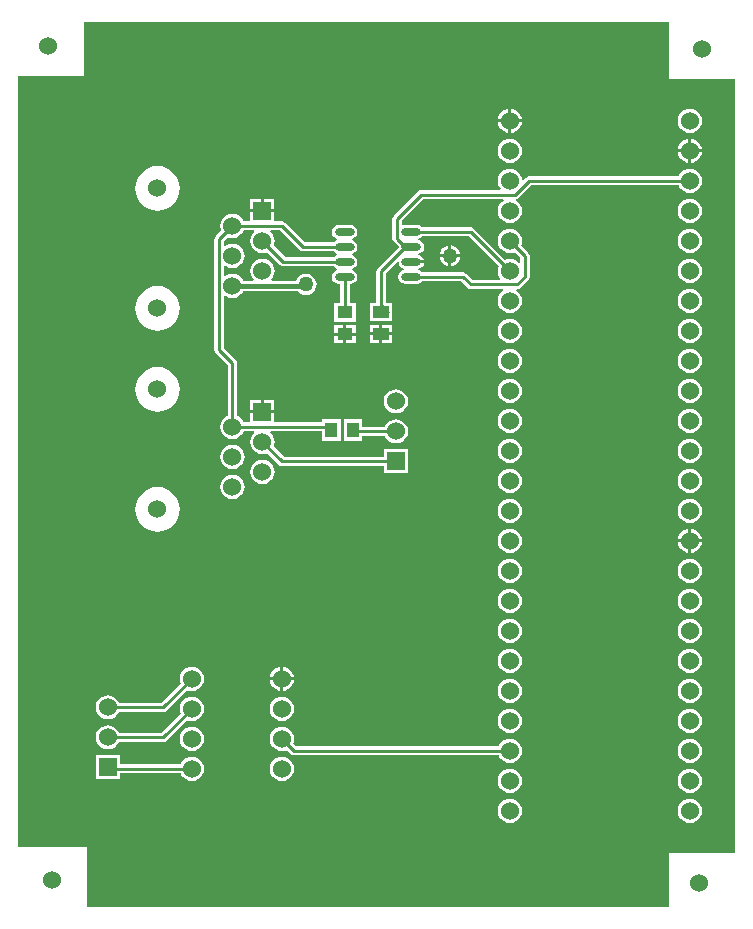
<source format=gbr>
%TF.GenerationSoftware,Altium Limited,Altium Designer,19.1.8 (144)*%
G04 Layer_Physical_Order=1*
G04 Layer_Color=255*
%FSLAX26Y26*%
%MOIN*%
%TF.FileFunction,Copper,L1,Top,Signal*%
%TF.Part,Single*%
G01*
G75*
%TA.AperFunction,SMDPad,CuDef*%
%ADD10R,0.041339X0.051181*%
%ADD11R,0.055118X0.041339*%
%ADD12R,0.051181X0.041339*%
%ADD13O,0.064961X0.025591*%
%TA.AperFunction,Conductor*%
%ADD14C,0.010000*%
%ADD15C,0.015000*%
%TA.AperFunction,NonConductor*%
%ADD16C,0.010000*%
%TA.AperFunction,ComponentPad*%
%ADD17C,0.060000*%
%ADD18R,0.060000X0.060000*%
%TA.AperFunction,ViaPad*%
%ADD19C,0.060000*%
%ADD20C,0.050000*%
G36*
X2200000Y2805000D02*
X2420000D01*
X2420000Y225000D01*
X2200000D01*
Y45000D01*
X260000D01*
Y245000D01*
X30000Y245000D01*
X30000Y2815000D01*
X250000D01*
Y2995000D01*
X2200000D01*
X2200000Y2805000D01*
D02*
G37*
%LPC*%
G36*
X1675000Y2704687D02*
Y2670000D01*
X1709687D01*
X1708970Y2675442D01*
X1704940Y2685173D01*
X1698528Y2693528D01*
X1690173Y2699940D01*
X1680442Y2703970D01*
X1675000Y2704687D01*
D02*
G37*
G36*
X1665000D02*
X1659558Y2703970D01*
X1649827Y2699940D01*
X1641472Y2693528D01*
X1635060Y2685173D01*
X1631030Y2675442D01*
X1630313Y2670000D01*
X1665000D01*
Y2704687D01*
D02*
G37*
G36*
X1709687Y2660000D02*
X1675000D01*
Y2625313D01*
X1680442Y2626030D01*
X1690173Y2630060D01*
X1698528Y2636472D01*
X1704940Y2644827D01*
X1708970Y2654558D01*
X1709687Y2660000D01*
D02*
G37*
G36*
X1665000D02*
X1630313D01*
X1631030Y2654558D01*
X1635060Y2644827D01*
X1641472Y2636472D01*
X1649827Y2630060D01*
X1659558Y2626030D01*
X1665000Y2625313D01*
Y2660000D01*
D02*
G37*
G36*
X2270000Y2705345D02*
X2259558Y2703970D01*
X2249827Y2699940D01*
X2241472Y2693528D01*
X2235060Y2685173D01*
X2231030Y2675442D01*
X2229655Y2665000D01*
X2231030Y2654558D01*
X2235060Y2644827D01*
X2241472Y2636472D01*
X2249827Y2630060D01*
X2259558Y2626030D01*
X2270000Y2624655D01*
X2280442Y2626030D01*
X2290173Y2630060D01*
X2298528Y2636472D01*
X2304940Y2644827D01*
X2308970Y2654558D01*
X2310345Y2665000D01*
X2308970Y2675442D01*
X2304940Y2685173D01*
X2298528Y2693528D01*
X2290173Y2699940D01*
X2280442Y2703970D01*
X2270000Y2705345D01*
D02*
G37*
G36*
X2275000Y2604687D02*
Y2570000D01*
X2309687D01*
X2308970Y2575442D01*
X2304940Y2585173D01*
X2298528Y2593528D01*
X2290173Y2599940D01*
X2280442Y2603970D01*
X2275000Y2604687D01*
D02*
G37*
G36*
X2265000D02*
X2259558Y2603970D01*
X2249827Y2599940D01*
X2241472Y2593528D01*
X2235060Y2585173D01*
X2231030Y2575442D01*
X2230313Y2570000D01*
X2265000D01*
Y2604687D01*
D02*
G37*
G36*
X2309687Y2560000D02*
X2275000D01*
Y2525313D01*
X2280442Y2526030D01*
X2290173Y2530060D01*
X2298528Y2536472D01*
X2304940Y2544827D01*
X2308970Y2554558D01*
X2309687Y2560000D01*
D02*
G37*
G36*
X2265000D02*
X2230313D01*
X2231030Y2554558D01*
X2235060Y2544827D01*
X2241472Y2536472D01*
X2249827Y2530060D01*
X2259558Y2526030D01*
X2265000Y2525313D01*
Y2560000D01*
D02*
G37*
G36*
X1670000Y2605345D02*
X1659558Y2603970D01*
X1649827Y2599940D01*
X1641472Y2593528D01*
X1635060Y2585173D01*
X1631030Y2575442D01*
X1629655Y2565000D01*
X1631030Y2554558D01*
X1635060Y2544827D01*
X1641472Y2536472D01*
X1649827Y2530060D01*
X1659558Y2526030D01*
X1670000Y2524655D01*
X1680442Y2526030D01*
X1690173Y2530060D01*
X1698528Y2536472D01*
X1704940Y2544827D01*
X1708970Y2554558D01*
X1710345Y2565000D01*
X1708970Y2575442D01*
X1704940Y2585173D01*
X1698528Y2593528D01*
X1690173Y2599940D01*
X1680442Y2603970D01*
X1670000Y2605345D01*
D02*
G37*
G36*
X2270000Y2505345D02*
X2259558Y2503970D01*
X2249827Y2499940D01*
X2241472Y2493528D01*
X2235060Y2485173D01*
X2233039Y2480294D01*
X1733640D01*
X1727787Y2479130D01*
X1722825Y2475814D01*
X1714995Y2467985D01*
X1709716Y2469777D01*
X1708970Y2475442D01*
X1704940Y2485173D01*
X1698528Y2493528D01*
X1690173Y2499940D01*
X1680442Y2503970D01*
X1670000Y2505345D01*
X1659558Y2503970D01*
X1649827Y2499940D01*
X1641472Y2493528D01*
X1635060Y2485173D01*
X1631030Y2475442D01*
X1629655Y2465000D01*
X1631030Y2454558D01*
X1635060Y2444827D01*
X1638895Y2439830D01*
X1636429Y2434830D01*
X1374536D01*
X1368684Y2433666D01*
X1363722Y2430351D01*
X1282926Y2349555D01*
X1279611Y2344593D01*
X1278446Y2338740D01*
Y2272795D01*
X1279611Y2266943D01*
X1282926Y2261981D01*
X1298561Y2246345D01*
X1298294Y2245000D01*
X1298561Y2243655D01*
X1229186Y2174279D01*
X1225870Y2169317D01*
X1224706Y2163465D01*
Y2058504D01*
X1202441D01*
Y1997165D01*
X1277559D01*
Y2026356D01*
X1277853Y2027835D01*
X1277559Y2029313D01*
Y2058504D01*
X1255294D01*
Y2157130D01*
X1293688Y2195523D01*
X1298616Y2193380D01*
X1300063Y2186106D01*
X1305101Y2178566D01*
X1312641Y2173527D01*
X1317560Y2172549D01*
Y2167451D01*
X1312641Y2166473D01*
X1305101Y2161434D01*
X1300063Y2153894D01*
X1298294Y2145000D01*
X1300063Y2136106D01*
X1305101Y2128566D01*
X1312641Y2123527D01*
X1321535Y2121758D01*
X1360906D01*
X1369800Y2123527D01*
X1377340Y2128566D01*
X1378102Y2129706D01*
X1508047D01*
X1528568Y2109186D01*
X1533529Y2105870D01*
X1539382Y2104706D01*
X1647001D01*
X1649548Y2100236D01*
X1649523Y2099706D01*
X1641472Y2093528D01*
X1635060Y2085173D01*
X1631030Y2075442D01*
X1629655Y2065000D01*
X1631030Y2054558D01*
X1635060Y2044827D01*
X1641472Y2036472D01*
X1649827Y2030060D01*
X1659558Y2026030D01*
X1670000Y2024655D01*
X1680442Y2026030D01*
X1690173Y2030060D01*
X1698528Y2036472D01*
X1704940Y2044827D01*
X1708970Y2054558D01*
X1710345Y2065000D01*
X1708970Y2075442D01*
X1704940Y2085173D01*
X1698528Y2093528D01*
X1690477Y2099706D01*
X1690452Y2100236D01*
X1692999Y2104706D01*
X1695000D01*
X1700853Y2105870D01*
X1705814Y2109186D01*
X1730814Y2134186D01*
X1734130Y2139147D01*
X1735294Y2145000D01*
Y2215000D01*
X1734130Y2220853D01*
X1730814Y2225814D01*
X1706950Y2249679D01*
X1708970Y2254558D01*
X1710345Y2265000D01*
X1708970Y2275442D01*
X1704940Y2285173D01*
X1698528Y2293528D01*
X1690173Y2299940D01*
X1680442Y2303970D01*
X1670000Y2305345D01*
X1659558Y2303970D01*
X1649827Y2299940D01*
X1641472Y2293528D01*
X1635060Y2285173D01*
X1631030Y2275442D01*
X1629655Y2265000D01*
X1631030Y2254558D01*
X1635060Y2244827D01*
X1641472Y2236472D01*
X1649827Y2230060D01*
X1659558Y2226030D01*
X1670000Y2224655D01*
X1680442Y2226030D01*
X1685321Y2228050D01*
X1704706Y2208665D01*
Y2193255D01*
X1699971Y2191648D01*
X1698528Y2193528D01*
X1690173Y2199940D01*
X1680442Y2203970D01*
X1670000Y2205345D01*
X1659558Y2203970D01*
X1654679Y2201950D01*
X1550814Y2305814D01*
X1545853Y2309130D01*
X1540000Y2310294D01*
X1378102D01*
X1377340Y2311434D01*
X1369800Y2316473D01*
X1360906Y2318242D01*
X1321535D01*
X1314034Y2316750D01*
X1309034Y2319618D01*
Y2332405D01*
X1380871Y2404242D01*
X1647597D01*
X1648262Y2402959D01*
X1648918Y2399242D01*
X1641472Y2393528D01*
X1635060Y2385173D01*
X1631030Y2375442D01*
X1629655Y2365000D01*
X1631030Y2354558D01*
X1635060Y2344827D01*
X1641472Y2336472D01*
X1649827Y2330060D01*
X1659558Y2326030D01*
X1670000Y2324655D01*
X1680442Y2326030D01*
X1690173Y2330060D01*
X1698528Y2336472D01*
X1704940Y2344827D01*
X1708970Y2354558D01*
X1710345Y2365000D01*
X1708970Y2375442D01*
X1704940Y2385173D01*
X1698528Y2393528D01*
X1690585Y2399624D01*
X1690505Y2401349D01*
X1691335Y2404871D01*
X1694028Y2405407D01*
X1698990Y2408722D01*
X1739975Y2449706D01*
X2233039D01*
X2235060Y2444827D01*
X2241472Y2436472D01*
X2249827Y2430060D01*
X2259558Y2426030D01*
X2270000Y2424655D01*
X2280442Y2426030D01*
X2290173Y2430060D01*
X2298528Y2436472D01*
X2304940Y2444827D01*
X2308970Y2454558D01*
X2310345Y2465000D01*
X2308970Y2475442D01*
X2304940Y2485173D01*
X2298528Y2493528D01*
X2290173Y2499940D01*
X2280442Y2503970D01*
X2270000Y2505345D01*
D02*
G37*
G36*
X885000Y2405000D02*
X850000D01*
Y2370000D01*
X885000D01*
Y2405000D01*
D02*
G37*
G36*
X840000D02*
X805000D01*
Y2370000D01*
X840000D01*
Y2405000D01*
D02*
G37*
G36*
X495000Y2514334D02*
X480498Y2512906D01*
X466553Y2508676D01*
X453702Y2501807D01*
X442438Y2492562D01*
X433193Y2481298D01*
X426324Y2468447D01*
X422094Y2454502D01*
X420666Y2440000D01*
X422094Y2425498D01*
X426324Y2411553D01*
X433193Y2398702D01*
X442438Y2387438D01*
X453702Y2378193D01*
X466553Y2371324D01*
X480498Y2367094D01*
X495000Y2365666D01*
X509502Y2367094D01*
X523447Y2371324D01*
X536298Y2378193D01*
X547562Y2387438D01*
X556807Y2398702D01*
X563676Y2411553D01*
X567906Y2425498D01*
X569334Y2440000D01*
X567906Y2454502D01*
X563676Y2468447D01*
X556807Y2481298D01*
X547562Y2492562D01*
X536298Y2501807D01*
X523447Y2508676D01*
X509502Y2512906D01*
X495000Y2514334D01*
D02*
G37*
G36*
X885000Y2360000D02*
X845000D01*
X805000D01*
Y2330294D01*
X781961D01*
X779940Y2335173D01*
X773528Y2343528D01*
X765173Y2349940D01*
X755442Y2353970D01*
X745000Y2355345D01*
X734558Y2353970D01*
X724827Y2349940D01*
X716472Y2343528D01*
X710060Y2335173D01*
X706029Y2325442D01*
X704655Y2315000D01*
X706029Y2304558D01*
X708050Y2299679D01*
X689186Y2280814D01*
X685870Y2275853D01*
X684706Y2270000D01*
Y1901765D01*
X685870Y1895912D01*
X689186Y1890951D01*
X729706Y1850430D01*
Y1681961D01*
X724827Y1679940D01*
X716472Y1673528D01*
X710060Y1665173D01*
X706029Y1655442D01*
X704655Y1645000D01*
X706029Y1634558D01*
X710060Y1624827D01*
X716472Y1616472D01*
X724827Y1610060D01*
X734558Y1606030D01*
X745000Y1604655D01*
X755442Y1606030D01*
X765173Y1610060D01*
X773528Y1616472D01*
X779940Y1624827D01*
X781961Y1629706D01*
X816745D01*
X818352Y1624971D01*
X816472Y1623528D01*
X810060Y1615173D01*
X806029Y1605442D01*
X804655Y1595000D01*
X806029Y1584558D01*
X810060Y1574827D01*
X816472Y1566472D01*
X824827Y1560060D01*
X834558Y1556030D01*
X845000Y1554655D01*
X855442Y1556030D01*
X860321Y1558050D01*
X899186Y1519186D01*
X904147Y1515870D01*
X910000Y1514706D01*
X1250000D01*
Y1490000D01*
X1330000D01*
Y1570000D01*
X1250000D01*
Y1545294D01*
X916335D01*
X881950Y1579679D01*
X883971Y1584558D01*
X885345Y1595000D01*
X883971Y1605442D01*
X879940Y1615173D01*
X873528Y1623528D01*
X871648Y1624971D01*
X873255Y1629706D01*
X1044331D01*
Y1599409D01*
X1105669D01*
Y1670591D01*
X1044331D01*
Y1660294D01*
X885000D01*
Y1690000D01*
X845000D01*
X805000D01*
Y1660294D01*
X781961D01*
X779940Y1665173D01*
X773528Y1673528D01*
X765173Y1679940D01*
X760294Y1681961D01*
Y1856765D01*
X759130Y1862618D01*
X755814Y1867579D01*
X715294Y1908100D01*
Y2081073D01*
X720294Y2083539D01*
X724827Y2080060D01*
X734558Y2076030D01*
X745000Y2074655D01*
X755442Y2076030D01*
X765173Y2080060D01*
X773528Y2086472D01*
X779940Y2094827D01*
X780905Y2097157D01*
X963411D01*
X965038Y2095038D01*
X972349Y2089428D01*
X980863Y2085901D01*
X990000Y2084698D01*
X999137Y2085901D01*
X1007651Y2089428D01*
X1014962Y2095038D01*
X1020572Y2102349D01*
X1024099Y2110863D01*
X1025302Y2120000D01*
X1024099Y2129137D01*
X1020572Y2137651D01*
X1014962Y2144962D01*
X1007651Y2150572D01*
X999137Y2154099D01*
X990000Y2155302D01*
X980863Y2154099D01*
X972349Y2150572D01*
X965038Y2144962D01*
X959428Y2137651D01*
X957436Y2132843D01*
X876482D01*
X874581Y2137843D01*
X879940Y2144827D01*
X883971Y2154558D01*
X885345Y2165000D01*
X883971Y2175442D01*
X879940Y2185173D01*
X873528Y2193528D01*
X865173Y2199940D01*
X855442Y2203970D01*
X845000Y2205345D01*
X834558Y2203970D01*
X824827Y2199940D01*
X816472Y2193528D01*
X810060Y2185173D01*
X806029Y2175442D01*
X804655Y2165000D01*
X806029Y2154558D01*
X810060Y2144827D01*
X815419Y2137843D01*
X813518Y2132843D01*
X780905D01*
X779940Y2135173D01*
X773528Y2143528D01*
X765173Y2149940D01*
X755442Y2153970D01*
X745000Y2155345D01*
X734558Y2153970D01*
X724827Y2149940D01*
X720294Y2146461D01*
X715294Y2148927D01*
Y2181073D01*
X720294Y2183539D01*
X724827Y2180060D01*
X734558Y2176030D01*
X745000Y2174655D01*
X755442Y2176030D01*
X765173Y2180060D01*
X773528Y2186472D01*
X779940Y2194827D01*
X783971Y2204558D01*
X785345Y2215000D01*
X783971Y2225442D01*
X779940Y2235173D01*
X773528Y2243528D01*
X765173Y2249940D01*
X755442Y2253970D01*
X745000Y2255345D01*
X734558Y2253970D01*
X724827Y2249940D01*
X720294Y2246461D01*
X715294Y2248927D01*
Y2263665D01*
X729679Y2278050D01*
X734558Y2276030D01*
X745000Y2274655D01*
X755442Y2276030D01*
X765173Y2280060D01*
X773528Y2286472D01*
X779940Y2294827D01*
X781961Y2299706D01*
X816745D01*
X818352Y2294971D01*
X816472Y2293528D01*
X810060Y2285173D01*
X806029Y2275442D01*
X804655Y2265000D01*
X806029Y2254558D01*
X810060Y2244827D01*
X816472Y2236472D01*
X824827Y2230060D01*
X834558Y2226030D01*
X845000Y2224655D01*
X855442Y2226030D01*
X860321Y2228050D01*
X904186Y2184186D01*
X909147Y2180870D01*
X915000Y2179706D01*
X1081898D01*
X1082660Y2178566D01*
X1090200Y2173527D01*
X1095119Y2172549D01*
Y2167451D01*
X1090200Y2166473D01*
X1082660Y2161434D01*
X1077622Y2153894D01*
X1075853Y2145000D01*
X1077622Y2136106D01*
X1082660Y2128566D01*
X1090200Y2123527D01*
X1099095Y2121758D01*
X1104706D01*
Y2057087D01*
X1084409D01*
Y1995748D01*
X1155591D01*
Y2057087D01*
X1135294D01*
Y2121758D01*
X1138465D01*
X1147359Y2123527D01*
X1154899Y2128566D01*
X1159937Y2136106D01*
X1161707Y2145000D01*
X1159937Y2153894D01*
X1154899Y2161434D01*
X1147359Y2166473D01*
X1142441Y2167451D01*
Y2172549D01*
X1147359Y2173527D01*
X1154899Y2178566D01*
X1159937Y2186106D01*
X1161707Y2195000D01*
X1159937Y2203894D01*
X1154899Y2211434D01*
X1147359Y2216473D01*
X1142441Y2217451D01*
Y2222549D01*
X1147359Y2223527D01*
X1154899Y2228566D01*
X1159937Y2236106D01*
X1161707Y2245000D01*
X1159937Y2253894D01*
X1154899Y2261434D01*
X1147359Y2266473D01*
X1142441Y2267451D01*
Y2272549D01*
X1147359Y2273527D01*
X1154899Y2278566D01*
X1159937Y2286106D01*
X1161707Y2295000D01*
X1159937Y2303894D01*
X1154899Y2311434D01*
X1147359Y2316473D01*
X1138465Y2318242D01*
X1099095D01*
X1090200Y2316473D01*
X1082660Y2311434D01*
X1077622Y2303894D01*
X1075853Y2295000D01*
X1077622Y2286106D01*
X1082660Y2278566D01*
X1090200Y2273527D01*
X1095119Y2272549D01*
Y2267451D01*
X1090200Y2266473D01*
X1082660Y2261434D01*
X1081898Y2260294D01*
X986273D01*
X920752Y2325814D01*
X915790Y2329130D01*
X909938Y2330294D01*
X885000D01*
Y2360000D01*
D02*
G37*
G36*
X2270000Y2405345D02*
X2259558Y2403970D01*
X2249827Y2399940D01*
X2241472Y2393528D01*
X2235060Y2385173D01*
X2231030Y2375442D01*
X2229655Y2365000D01*
X2231030Y2354558D01*
X2235060Y2344827D01*
X2241472Y2336472D01*
X2249827Y2330060D01*
X2259558Y2326030D01*
X2270000Y2324655D01*
X2280442Y2326030D01*
X2290173Y2330060D01*
X2298528Y2336472D01*
X2304940Y2344827D01*
X2308970Y2354558D01*
X2310345Y2365000D01*
X2308970Y2375442D01*
X2304940Y2385173D01*
X2298528Y2393528D01*
X2290173Y2399940D01*
X2280442Y2403970D01*
X2270000Y2405345D01*
D02*
G37*
G36*
Y2305345D02*
X2259558Y2303970D01*
X2249827Y2299940D01*
X2241472Y2293528D01*
X2235060Y2285173D01*
X2231030Y2275442D01*
X2229655Y2265000D01*
X2231030Y2254558D01*
X2235060Y2244827D01*
X2241472Y2236472D01*
X2249827Y2230060D01*
X2259558Y2226030D01*
X2270000Y2224655D01*
X2280442Y2226030D01*
X2290173Y2230060D01*
X2298528Y2236472D01*
X2304940Y2244827D01*
X2308970Y2254558D01*
X2310345Y2265000D01*
X2308970Y2275442D01*
X2304940Y2285173D01*
X2298528Y2293528D01*
X2290173Y2299940D01*
X2280442Y2303970D01*
X2270000Y2305345D01*
D02*
G37*
G36*
Y2205345D02*
X2259558Y2203970D01*
X2249827Y2199940D01*
X2241472Y2193528D01*
X2235060Y2185173D01*
X2231030Y2175442D01*
X2229655Y2165000D01*
X2231030Y2154558D01*
X2235060Y2144827D01*
X2241472Y2136472D01*
X2249827Y2130060D01*
X2259558Y2126030D01*
X2270000Y2124655D01*
X2280442Y2126030D01*
X2290173Y2130060D01*
X2298528Y2136472D01*
X2304940Y2144827D01*
X2308970Y2154558D01*
X2310345Y2165000D01*
X2308970Y2175442D01*
X2304940Y2185173D01*
X2298528Y2193528D01*
X2290173Y2199940D01*
X2280442Y2203970D01*
X2270000Y2205345D01*
D02*
G37*
G36*
Y2105345D02*
X2259558Y2103970D01*
X2249827Y2099940D01*
X2241472Y2093528D01*
X2235060Y2085173D01*
X2231030Y2075442D01*
X2229655Y2065000D01*
X2231030Y2054558D01*
X2235060Y2044827D01*
X2241472Y2036472D01*
X2249827Y2030060D01*
X2259558Y2026030D01*
X2270000Y2024655D01*
X2280442Y2026030D01*
X2290173Y2030060D01*
X2298528Y2036472D01*
X2304940Y2044827D01*
X2308970Y2054558D01*
X2310345Y2065000D01*
X2308970Y2075442D01*
X2304940Y2085173D01*
X2298528Y2093528D01*
X2290173Y2099940D01*
X2280442Y2103970D01*
X2270000Y2105345D01*
D02*
G37*
G36*
X495000Y2114334D02*
X480498Y2112906D01*
X466553Y2108676D01*
X453702Y2101807D01*
X442438Y2092562D01*
X433193Y2081298D01*
X426324Y2068447D01*
X422094Y2054502D01*
X420666Y2040000D01*
X422094Y2025498D01*
X426324Y2011553D01*
X433193Y1998702D01*
X442438Y1987438D01*
X453702Y1978193D01*
X466553Y1971324D01*
X480498Y1967094D01*
X495000Y1965666D01*
X509502Y1967094D01*
X523447Y1971324D01*
X536298Y1978193D01*
X547562Y1987438D01*
X556807Y1998702D01*
X563676Y2011553D01*
X567906Y2025498D01*
X569334Y2040000D01*
X567906Y2054502D01*
X563676Y2068447D01*
X556807Y2081298D01*
X547562Y2092562D01*
X536298Y2101807D01*
X523447Y2108676D01*
X509502Y2112906D01*
X495000Y2114334D01*
D02*
G37*
G36*
X1277559Y1985669D02*
X1245000D01*
Y1960000D01*
X1277559D01*
Y1985669D01*
D02*
G37*
G36*
X1235000D02*
X1202441D01*
Y1960000D01*
X1235000D01*
Y1985669D01*
D02*
G37*
G36*
X1155591Y1984252D02*
X1125000D01*
Y1958583D01*
X1155591D01*
Y1984252D01*
D02*
G37*
G36*
X1115000D02*
X1084409D01*
Y1958583D01*
X1115000D01*
Y1984252D01*
D02*
G37*
G36*
X2270000Y2005345D02*
X2259558Y2003970D01*
X2249827Y1999940D01*
X2241472Y1993528D01*
X2235060Y1985173D01*
X2231030Y1975442D01*
X2229655Y1965000D01*
X2231030Y1954558D01*
X2235060Y1944827D01*
X2241472Y1936472D01*
X2249827Y1930060D01*
X2259558Y1926030D01*
X2270000Y1924655D01*
X2280442Y1926030D01*
X2290173Y1930060D01*
X2298528Y1936472D01*
X2304940Y1944827D01*
X2308970Y1954558D01*
X2310345Y1965000D01*
X2308970Y1975442D01*
X2304940Y1985173D01*
X2298528Y1993528D01*
X2290173Y1999940D01*
X2280442Y2003970D01*
X2270000Y2005345D01*
D02*
G37*
G36*
X1670000D02*
X1659558Y2003970D01*
X1649827Y1999940D01*
X1641472Y1993528D01*
X1635060Y1985173D01*
X1631030Y1975442D01*
X1629655Y1965000D01*
X1631030Y1954558D01*
X1635060Y1944827D01*
X1641472Y1936472D01*
X1649827Y1930060D01*
X1659558Y1926030D01*
X1670000Y1924655D01*
X1680442Y1926030D01*
X1690173Y1930060D01*
X1698528Y1936472D01*
X1704940Y1944827D01*
X1708970Y1954558D01*
X1710345Y1965000D01*
X1708970Y1975442D01*
X1704940Y1985173D01*
X1698528Y1993528D01*
X1690173Y1999940D01*
X1680442Y2003970D01*
X1670000Y2005345D01*
D02*
G37*
G36*
X1277559Y1950000D02*
X1245000D01*
Y1924331D01*
X1277559D01*
Y1950000D01*
D02*
G37*
G36*
X1235000D02*
X1202441D01*
Y1924331D01*
X1235000D01*
Y1950000D01*
D02*
G37*
G36*
X1155591Y1948583D02*
X1125000D01*
Y1922913D01*
X1155591D01*
Y1948583D01*
D02*
G37*
G36*
X1115000D02*
X1084409D01*
Y1922913D01*
X1115000D01*
Y1948583D01*
D02*
G37*
G36*
X2270000Y1905345D02*
X2259558Y1903970D01*
X2249827Y1899940D01*
X2241472Y1893528D01*
X2235060Y1885173D01*
X2231030Y1875442D01*
X2229655Y1865000D01*
X2231030Y1854558D01*
X2235060Y1844827D01*
X2241472Y1836472D01*
X2249827Y1830060D01*
X2259558Y1826030D01*
X2270000Y1824655D01*
X2280442Y1826030D01*
X2290173Y1830060D01*
X2298528Y1836472D01*
X2304940Y1844827D01*
X2308970Y1854558D01*
X2310345Y1865000D01*
X2308970Y1875442D01*
X2304940Y1885173D01*
X2298528Y1893528D01*
X2290173Y1899940D01*
X2280442Y1903970D01*
X2270000Y1905345D01*
D02*
G37*
G36*
X1670000D02*
X1659558Y1903970D01*
X1649827Y1899940D01*
X1641472Y1893528D01*
X1635060Y1885173D01*
X1631030Y1875442D01*
X1629655Y1865000D01*
X1631030Y1854558D01*
X1635060Y1844827D01*
X1641472Y1836472D01*
X1649827Y1830060D01*
X1659558Y1826030D01*
X1670000Y1824655D01*
X1680442Y1826030D01*
X1690173Y1830060D01*
X1698528Y1836472D01*
X1704940Y1844827D01*
X1708970Y1854558D01*
X1710345Y1865000D01*
X1708970Y1875442D01*
X1704940Y1885173D01*
X1698528Y1893528D01*
X1690173Y1899940D01*
X1680442Y1903970D01*
X1670000Y1905345D01*
D02*
G37*
G36*
X2270000Y1805345D02*
X2259558Y1803970D01*
X2249827Y1799940D01*
X2241472Y1793528D01*
X2235060Y1785173D01*
X2231030Y1775442D01*
X2229655Y1765000D01*
X2231030Y1754558D01*
X2235060Y1744827D01*
X2241472Y1736472D01*
X2249827Y1730060D01*
X2259558Y1726030D01*
X2270000Y1724655D01*
X2280442Y1726030D01*
X2290173Y1730060D01*
X2298528Y1736472D01*
X2304940Y1744827D01*
X2308970Y1754558D01*
X2310345Y1765000D01*
X2308970Y1775442D01*
X2304940Y1785173D01*
X2298528Y1793528D01*
X2290173Y1799940D01*
X2280442Y1803970D01*
X2270000Y1805345D01*
D02*
G37*
G36*
X1670000D02*
X1659558Y1803970D01*
X1649827Y1799940D01*
X1641472Y1793528D01*
X1635060Y1785173D01*
X1631030Y1775442D01*
X1629655Y1765000D01*
X1631030Y1754558D01*
X1635060Y1744827D01*
X1641472Y1736472D01*
X1649827Y1730060D01*
X1659558Y1726030D01*
X1670000Y1724655D01*
X1680442Y1726030D01*
X1690173Y1730060D01*
X1698528Y1736472D01*
X1704940Y1744827D01*
X1708970Y1754558D01*
X1710345Y1765000D01*
X1708970Y1775442D01*
X1704940Y1785173D01*
X1698528Y1793528D01*
X1690173Y1799940D01*
X1680442Y1803970D01*
X1670000Y1805345D01*
D02*
G37*
G36*
X885000Y1735000D02*
X850000D01*
Y1700000D01*
X885000D01*
Y1735000D01*
D02*
G37*
G36*
X840000D02*
X805000D01*
Y1700000D01*
X840000D01*
Y1735000D01*
D02*
G37*
G36*
X495000Y1844334D02*
X480498Y1842906D01*
X466553Y1838676D01*
X453702Y1831807D01*
X442438Y1822562D01*
X433193Y1811298D01*
X426324Y1798447D01*
X422094Y1784502D01*
X420666Y1770000D01*
X422094Y1755498D01*
X426324Y1741553D01*
X433193Y1728702D01*
X442438Y1717438D01*
X453702Y1708193D01*
X466553Y1701324D01*
X480498Y1697094D01*
X495000Y1695666D01*
X509502Y1697094D01*
X523447Y1701324D01*
X536298Y1708193D01*
X547562Y1717438D01*
X556807Y1728702D01*
X563676Y1741553D01*
X567906Y1755498D01*
X569334Y1770000D01*
X567906Y1784502D01*
X563676Y1798447D01*
X556807Y1811298D01*
X547562Y1822562D01*
X536298Y1831807D01*
X523447Y1838676D01*
X509502Y1842906D01*
X495000Y1844334D01*
D02*
G37*
G36*
X1290000Y1770345D02*
X1279558Y1768970D01*
X1269827Y1764940D01*
X1261472Y1758528D01*
X1255060Y1750173D01*
X1251030Y1740442D01*
X1249655Y1730000D01*
X1251030Y1719558D01*
X1255060Y1709827D01*
X1261472Y1701472D01*
X1269827Y1695060D01*
X1279558Y1691030D01*
X1290000Y1689655D01*
X1300442Y1691030D01*
X1310173Y1695060D01*
X1318528Y1701472D01*
X1324940Y1709827D01*
X1328970Y1719558D01*
X1330345Y1730000D01*
X1328970Y1740442D01*
X1324940Y1750173D01*
X1318528Y1758528D01*
X1310173Y1764940D01*
X1300442Y1768970D01*
X1290000Y1770345D01*
D02*
G37*
G36*
X2270000Y1705345D02*
X2259558Y1703970D01*
X2249827Y1699940D01*
X2241472Y1693528D01*
X2235060Y1685173D01*
X2231030Y1675442D01*
X2229655Y1665000D01*
X2231030Y1654558D01*
X2235060Y1644827D01*
X2241472Y1636472D01*
X2249827Y1630060D01*
X2259558Y1626030D01*
X2270000Y1624655D01*
X2280442Y1626030D01*
X2290173Y1630060D01*
X2298528Y1636472D01*
X2304940Y1644827D01*
X2308970Y1654558D01*
X2310345Y1665000D01*
X2308970Y1675442D01*
X2304940Y1685173D01*
X2298528Y1693528D01*
X2290173Y1699940D01*
X2280442Y1703970D01*
X2270000Y1705345D01*
D02*
G37*
G36*
X1670000D02*
X1659558Y1703970D01*
X1649827Y1699940D01*
X1641472Y1693528D01*
X1635060Y1685173D01*
X1631030Y1675442D01*
X1629655Y1665000D01*
X1631030Y1654558D01*
X1635060Y1644827D01*
X1641472Y1636472D01*
X1649827Y1630060D01*
X1659558Y1626030D01*
X1670000Y1624655D01*
X1680442Y1626030D01*
X1690173Y1630060D01*
X1698528Y1636472D01*
X1704940Y1644827D01*
X1708970Y1654558D01*
X1710345Y1665000D01*
X1708970Y1675442D01*
X1704940Y1685173D01*
X1698528Y1693528D01*
X1690173Y1699940D01*
X1680442Y1703970D01*
X1670000Y1705345D01*
D02*
G37*
G36*
X1178504Y1670591D02*
X1117165D01*
Y1599409D01*
X1178504D01*
Y1614706D01*
X1253039D01*
X1255060Y1609827D01*
X1261472Y1601472D01*
X1269827Y1595060D01*
X1279558Y1591030D01*
X1290000Y1589655D01*
X1300442Y1591030D01*
X1310173Y1595060D01*
X1318528Y1601472D01*
X1324940Y1609827D01*
X1328970Y1619558D01*
X1330345Y1630000D01*
X1328970Y1640442D01*
X1324940Y1650173D01*
X1318528Y1658528D01*
X1310173Y1664940D01*
X1300442Y1668970D01*
X1290000Y1670345D01*
X1279558Y1668970D01*
X1269827Y1664940D01*
X1261472Y1658528D01*
X1255060Y1650173D01*
X1253039Y1645294D01*
X1178504D01*
Y1670591D01*
D02*
G37*
G36*
X2270000Y1605345D02*
X2259558Y1603970D01*
X2249827Y1599940D01*
X2241472Y1593528D01*
X2235060Y1585173D01*
X2231030Y1575442D01*
X2229655Y1565000D01*
X2231030Y1554558D01*
X2235060Y1544827D01*
X2241472Y1536472D01*
X2249827Y1530060D01*
X2259558Y1526030D01*
X2270000Y1524655D01*
X2280442Y1526030D01*
X2290173Y1530060D01*
X2298528Y1536472D01*
X2304940Y1544827D01*
X2308970Y1554558D01*
X2310345Y1565000D01*
X2308970Y1575442D01*
X2304940Y1585173D01*
X2298528Y1593528D01*
X2290173Y1599940D01*
X2280442Y1603970D01*
X2270000Y1605345D01*
D02*
G37*
G36*
X1670000D02*
X1659558Y1603970D01*
X1649827Y1599940D01*
X1641472Y1593528D01*
X1635060Y1585173D01*
X1631030Y1575442D01*
X1629655Y1565000D01*
X1631030Y1554558D01*
X1635060Y1544827D01*
X1641472Y1536472D01*
X1649827Y1530060D01*
X1659558Y1526030D01*
X1670000Y1524655D01*
X1680442Y1526030D01*
X1690173Y1530060D01*
X1698528Y1536472D01*
X1704940Y1544827D01*
X1708970Y1554558D01*
X1710345Y1565000D01*
X1708970Y1575442D01*
X1704940Y1585173D01*
X1698528Y1593528D01*
X1690173Y1599940D01*
X1680442Y1603970D01*
X1670000Y1605345D01*
D02*
G37*
G36*
X745000Y1585345D02*
X734558Y1583970D01*
X724827Y1579940D01*
X716472Y1573528D01*
X710060Y1565173D01*
X706029Y1555442D01*
X704655Y1545000D01*
X706029Y1534558D01*
X710060Y1524827D01*
X716472Y1516472D01*
X724827Y1510060D01*
X734558Y1506030D01*
X745000Y1504655D01*
X755442Y1506030D01*
X765173Y1510060D01*
X773528Y1516472D01*
X779940Y1524827D01*
X783971Y1534558D01*
X785345Y1545000D01*
X783971Y1555442D01*
X779940Y1565173D01*
X773528Y1573528D01*
X765173Y1579940D01*
X755442Y1583970D01*
X745000Y1585345D01*
D02*
G37*
G36*
X845000Y1535345D02*
X834558Y1533970D01*
X824827Y1529940D01*
X816472Y1523528D01*
X810060Y1515173D01*
X806029Y1505442D01*
X804655Y1495000D01*
X806029Y1484558D01*
X810060Y1474827D01*
X816472Y1466472D01*
X824827Y1460060D01*
X834558Y1456030D01*
X845000Y1454655D01*
X855442Y1456030D01*
X865173Y1460060D01*
X873528Y1466472D01*
X879940Y1474827D01*
X883971Y1484558D01*
X885345Y1495000D01*
X883971Y1505442D01*
X879940Y1515173D01*
X873528Y1523528D01*
X865173Y1529940D01*
X855442Y1533970D01*
X845000Y1535345D01*
D02*
G37*
G36*
X2270000Y1505345D02*
X2259558Y1503970D01*
X2249827Y1499940D01*
X2241472Y1493528D01*
X2235060Y1485173D01*
X2231030Y1475442D01*
X2229655Y1465000D01*
X2231030Y1454558D01*
X2235060Y1444827D01*
X2241472Y1436472D01*
X2249827Y1430060D01*
X2259558Y1426030D01*
X2270000Y1424655D01*
X2280442Y1426030D01*
X2290173Y1430060D01*
X2298528Y1436472D01*
X2304940Y1444827D01*
X2308970Y1454558D01*
X2310345Y1465000D01*
X2308970Y1475442D01*
X2304940Y1485173D01*
X2298528Y1493528D01*
X2290173Y1499940D01*
X2280442Y1503970D01*
X2270000Y1505345D01*
D02*
G37*
G36*
X1670000D02*
X1659558Y1503970D01*
X1649827Y1499940D01*
X1641472Y1493528D01*
X1635060Y1485173D01*
X1631030Y1475442D01*
X1629655Y1465000D01*
X1631030Y1454558D01*
X1635060Y1444827D01*
X1641472Y1436472D01*
X1649827Y1430060D01*
X1659558Y1426030D01*
X1670000Y1424655D01*
X1680442Y1426030D01*
X1690173Y1430060D01*
X1698528Y1436472D01*
X1704940Y1444827D01*
X1708970Y1454558D01*
X1710345Y1465000D01*
X1708970Y1475442D01*
X1704940Y1485173D01*
X1698528Y1493528D01*
X1690173Y1499940D01*
X1680442Y1503970D01*
X1670000Y1505345D01*
D02*
G37*
G36*
X745000Y1485345D02*
X734558Y1483970D01*
X724827Y1479940D01*
X716472Y1473528D01*
X710060Y1465173D01*
X706029Y1455442D01*
X704655Y1445000D01*
X706029Y1434558D01*
X710060Y1424827D01*
X716472Y1416472D01*
X724827Y1410060D01*
X734558Y1406030D01*
X745000Y1404655D01*
X755442Y1406030D01*
X765173Y1410060D01*
X773528Y1416472D01*
X779940Y1424827D01*
X783971Y1434558D01*
X785345Y1445000D01*
X783971Y1455442D01*
X779940Y1465173D01*
X773528Y1473528D01*
X765173Y1479940D01*
X755442Y1483970D01*
X745000Y1485345D01*
D02*
G37*
G36*
X2270000Y1405345D02*
X2259558Y1403970D01*
X2249827Y1399940D01*
X2241472Y1393528D01*
X2235060Y1385173D01*
X2231030Y1375442D01*
X2229655Y1365000D01*
X2231030Y1354558D01*
X2235060Y1344827D01*
X2241472Y1336472D01*
X2249827Y1330060D01*
X2259558Y1326030D01*
X2270000Y1324655D01*
X2280442Y1326030D01*
X2290173Y1330060D01*
X2298528Y1336472D01*
X2304940Y1344827D01*
X2308970Y1354558D01*
X2310345Y1365000D01*
X2308970Y1375442D01*
X2304940Y1385173D01*
X2298528Y1393528D01*
X2290173Y1399940D01*
X2280442Y1403970D01*
X2270000Y1405345D01*
D02*
G37*
G36*
X1670000D02*
X1659558Y1403970D01*
X1649827Y1399940D01*
X1641472Y1393528D01*
X1635060Y1385173D01*
X1631030Y1375442D01*
X1629655Y1365000D01*
X1631030Y1354558D01*
X1635060Y1344827D01*
X1641472Y1336472D01*
X1649827Y1330060D01*
X1659558Y1326030D01*
X1670000Y1324655D01*
X1680442Y1326030D01*
X1690173Y1330060D01*
X1698528Y1336472D01*
X1704940Y1344827D01*
X1708970Y1354558D01*
X1710345Y1365000D01*
X1708970Y1375442D01*
X1704940Y1385173D01*
X1698528Y1393528D01*
X1690173Y1399940D01*
X1680442Y1403970D01*
X1670000Y1405345D01*
D02*
G37*
G36*
X495000Y1444334D02*
X480498Y1442906D01*
X466553Y1438676D01*
X453702Y1431807D01*
X442438Y1422562D01*
X433193Y1411298D01*
X426324Y1398447D01*
X422094Y1384502D01*
X420666Y1370000D01*
X422094Y1355498D01*
X426324Y1341553D01*
X433193Y1328702D01*
X442438Y1317438D01*
X453702Y1308193D01*
X466553Y1301324D01*
X480498Y1297094D01*
X495000Y1295666D01*
X509502Y1297094D01*
X523447Y1301324D01*
X536298Y1308193D01*
X547562Y1317438D01*
X556807Y1328702D01*
X563676Y1341553D01*
X567906Y1355498D01*
X569334Y1370000D01*
X567906Y1384502D01*
X563676Y1398447D01*
X556807Y1411298D01*
X547562Y1422562D01*
X536298Y1431807D01*
X523447Y1438676D01*
X509502Y1442906D01*
X495000Y1444334D01*
D02*
G37*
G36*
X2275000Y1304687D02*
Y1270000D01*
X2309687D01*
X2308970Y1275442D01*
X2304940Y1285173D01*
X2298528Y1293528D01*
X2290173Y1299940D01*
X2280442Y1303970D01*
X2275000Y1304687D01*
D02*
G37*
G36*
X2265000D02*
X2259558Y1303970D01*
X2249827Y1299940D01*
X2241472Y1293528D01*
X2235060Y1285173D01*
X2231030Y1275442D01*
X2230313Y1270000D01*
X2265000D01*
Y1304687D01*
D02*
G37*
G36*
X2309687Y1260000D02*
X2275000D01*
Y1225313D01*
X2280442Y1226030D01*
X2290173Y1230060D01*
X2298528Y1236472D01*
X2304940Y1244827D01*
X2308970Y1254558D01*
X2309687Y1260000D01*
D02*
G37*
G36*
X2265000D02*
X2230313D01*
X2231030Y1254558D01*
X2235060Y1244827D01*
X2241472Y1236472D01*
X2249827Y1230060D01*
X2259558Y1226030D01*
X2265000Y1225313D01*
Y1260000D01*
D02*
G37*
G36*
X1670000Y1305345D02*
X1659558Y1303970D01*
X1649827Y1299940D01*
X1641472Y1293528D01*
X1635060Y1285173D01*
X1631030Y1275442D01*
X1629655Y1265000D01*
X1631030Y1254558D01*
X1635060Y1244827D01*
X1641472Y1236472D01*
X1649827Y1230060D01*
X1659558Y1226030D01*
X1670000Y1224655D01*
X1680442Y1226030D01*
X1690173Y1230060D01*
X1698528Y1236472D01*
X1704940Y1244827D01*
X1708970Y1254558D01*
X1710345Y1265000D01*
X1708970Y1275442D01*
X1704940Y1285173D01*
X1698528Y1293528D01*
X1690173Y1299940D01*
X1680442Y1303970D01*
X1670000Y1305345D01*
D02*
G37*
G36*
X2270000Y1205345D02*
X2259558Y1203970D01*
X2249827Y1199940D01*
X2241472Y1193528D01*
X2235060Y1185173D01*
X2231030Y1175442D01*
X2229655Y1165000D01*
X2231030Y1154558D01*
X2235060Y1144827D01*
X2241472Y1136472D01*
X2249827Y1130060D01*
X2259558Y1126030D01*
X2270000Y1124655D01*
X2280442Y1126030D01*
X2290173Y1130060D01*
X2298528Y1136472D01*
X2304940Y1144827D01*
X2308970Y1154558D01*
X2310345Y1165000D01*
X2308970Y1175442D01*
X2304940Y1185173D01*
X2298528Y1193528D01*
X2290173Y1199940D01*
X2280442Y1203970D01*
X2270000Y1205345D01*
D02*
G37*
G36*
X1670000D02*
X1659558Y1203970D01*
X1649827Y1199940D01*
X1641472Y1193528D01*
X1635060Y1185173D01*
X1631030Y1175442D01*
X1629655Y1165000D01*
X1631030Y1154558D01*
X1635060Y1144827D01*
X1641472Y1136472D01*
X1649827Y1130060D01*
X1659558Y1126030D01*
X1670000Y1124655D01*
X1680442Y1126030D01*
X1690173Y1130060D01*
X1698528Y1136472D01*
X1704940Y1144827D01*
X1708970Y1154558D01*
X1710345Y1165000D01*
X1708970Y1175442D01*
X1704940Y1185173D01*
X1698528Y1193528D01*
X1690173Y1199940D01*
X1680442Y1203970D01*
X1670000Y1205345D01*
D02*
G37*
G36*
X2270000Y1105345D02*
X2259558Y1103970D01*
X2249827Y1099940D01*
X2241472Y1093528D01*
X2235060Y1085173D01*
X2231030Y1075442D01*
X2229655Y1065000D01*
X2231030Y1054558D01*
X2235060Y1044827D01*
X2241472Y1036472D01*
X2249827Y1030060D01*
X2259558Y1026030D01*
X2270000Y1024655D01*
X2280442Y1026030D01*
X2290173Y1030060D01*
X2298528Y1036472D01*
X2304940Y1044827D01*
X2308970Y1054558D01*
X2310345Y1065000D01*
X2308970Y1075442D01*
X2304940Y1085173D01*
X2298528Y1093528D01*
X2290173Y1099940D01*
X2280442Y1103970D01*
X2270000Y1105345D01*
D02*
G37*
G36*
X1670000D02*
X1659558Y1103970D01*
X1649827Y1099940D01*
X1641472Y1093528D01*
X1635060Y1085173D01*
X1631030Y1075442D01*
X1629655Y1065000D01*
X1631030Y1054558D01*
X1635060Y1044827D01*
X1641472Y1036472D01*
X1649827Y1030060D01*
X1659558Y1026030D01*
X1670000Y1024655D01*
X1680442Y1026030D01*
X1690173Y1030060D01*
X1698528Y1036472D01*
X1704940Y1044827D01*
X1708970Y1054558D01*
X1710345Y1065000D01*
X1708970Y1075442D01*
X1704940Y1085173D01*
X1698528Y1093528D01*
X1690173Y1099940D01*
X1680442Y1103970D01*
X1670000Y1105345D01*
D02*
G37*
G36*
X2270000Y1005345D02*
X2259558Y1003971D01*
X2249827Y999940D01*
X2241472Y993528D01*
X2235060Y985173D01*
X2231030Y975442D01*
X2229655Y965000D01*
X2231030Y954558D01*
X2235060Y944827D01*
X2241472Y936472D01*
X2249827Y930060D01*
X2259558Y926029D01*
X2270000Y924655D01*
X2280442Y926029D01*
X2290173Y930060D01*
X2298528Y936472D01*
X2304940Y944827D01*
X2308970Y954558D01*
X2310345Y965000D01*
X2308970Y975442D01*
X2304940Y985173D01*
X2298528Y993528D01*
X2290173Y999940D01*
X2280442Y1003971D01*
X2270000Y1005345D01*
D02*
G37*
G36*
X1670000D02*
X1659558Y1003971D01*
X1649827Y999940D01*
X1641472Y993528D01*
X1635060Y985173D01*
X1631030Y975442D01*
X1629655Y965000D01*
X1631030Y954558D01*
X1635060Y944827D01*
X1641472Y936472D01*
X1649827Y930060D01*
X1659558Y926029D01*
X1670000Y924655D01*
X1680442Y926029D01*
X1690173Y930060D01*
X1698528Y936472D01*
X1704940Y944827D01*
X1708970Y954558D01*
X1710345Y965000D01*
X1708970Y975442D01*
X1704940Y985173D01*
X1698528Y993528D01*
X1690173Y999940D01*
X1680442Y1003971D01*
X1670000Y1005345D01*
D02*
G37*
G36*
X2270000Y905345D02*
X2259558Y903971D01*
X2249827Y899940D01*
X2241472Y893528D01*
X2235060Y885173D01*
X2231030Y875442D01*
X2229655Y865000D01*
X2231030Y854558D01*
X2235060Y844827D01*
X2241472Y836472D01*
X2249827Y830060D01*
X2259558Y826029D01*
X2270000Y824655D01*
X2280442Y826029D01*
X2290173Y830060D01*
X2298528Y836472D01*
X2304940Y844827D01*
X2308970Y854558D01*
X2310345Y865000D01*
X2308970Y875442D01*
X2304940Y885173D01*
X2298528Y893528D01*
X2290173Y899940D01*
X2280442Y903971D01*
X2270000Y905345D01*
D02*
G37*
G36*
X1670000D02*
X1659558Y903971D01*
X1649827Y899940D01*
X1641472Y893528D01*
X1635060Y885173D01*
X1631030Y875442D01*
X1629655Y865000D01*
X1631030Y854558D01*
X1635060Y844827D01*
X1641472Y836472D01*
X1649827Y830060D01*
X1659558Y826029D01*
X1670000Y824655D01*
X1680442Y826029D01*
X1690173Y830060D01*
X1698528Y836472D01*
X1704940Y844827D01*
X1708970Y854558D01*
X1710345Y865000D01*
X1708970Y875442D01*
X1704940Y885173D01*
X1698528Y893528D01*
X1690173Y899940D01*
X1680442Y903971D01*
X1670000Y905345D01*
D02*
G37*
G36*
X915000Y844687D02*
Y810000D01*
X949687D01*
X948971Y815442D01*
X944940Y825173D01*
X938528Y833528D01*
X930173Y839940D01*
X920442Y843971D01*
X915000Y844687D01*
D02*
G37*
G36*
X905000D02*
X899558Y843971D01*
X889827Y839940D01*
X881472Y833528D01*
X875060Y825173D01*
X871029Y815442D01*
X870313Y810000D01*
X905000D01*
Y844687D01*
D02*
G37*
G36*
X949687Y800000D02*
X915000D01*
Y765313D01*
X920442Y766029D01*
X930173Y770060D01*
X938528Y776472D01*
X944940Y784827D01*
X948971Y794558D01*
X949687Y800000D01*
D02*
G37*
G36*
X905000D02*
X870313D01*
X871029Y794558D01*
X875060Y784827D01*
X881472Y776472D01*
X889827Y770060D01*
X899558Y766029D01*
X905000Y765313D01*
Y800000D01*
D02*
G37*
G36*
X610000Y845345D02*
X599558Y843971D01*
X589827Y839940D01*
X581472Y833528D01*
X575060Y825173D01*
X571029Y815442D01*
X569655Y805000D01*
X571029Y794558D01*
X573050Y789679D01*
X508665Y725294D01*
X366961D01*
X364940Y730173D01*
X358528Y738528D01*
X350173Y744940D01*
X340442Y748971D01*
X330000Y750345D01*
X319558Y748971D01*
X309827Y744940D01*
X301472Y738528D01*
X295060Y730173D01*
X291029Y720442D01*
X289655Y710000D01*
X291029Y699558D01*
X295060Y689827D01*
X301472Y681472D01*
X309827Y675060D01*
X319558Y671029D01*
X330000Y669655D01*
X340442Y671029D01*
X350173Y675060D01*
X358528Y681472D01*
X364940Y689827D01*
X366961Y694706D01*
X515000D01*
X520853Y695870D01*
X525814Y699186D01*
X594679Y768050D01*
X599558Y766029D01*
X610000Y764655D01*
X620442Y766029D01*
X630173Y770060D01*
X638528Y776472D01*
X644940Y784827D01*
X648971Y794558D01*
X650345Y805000D01*
X648971Y815442D01*
X644940Y825173D01*
X638528Y833528D01*
X630173Y839940D01*
X620442Y843971D01*
X610000Y845345D01*
D02*
G37*
G36*
X2270000Y805345D02*
X2259558Y803971D01*
X2249827Y799940D01*
X2241472Y793528D01*
X2235060Y785173D01*
X2231030Y775442D01*
X2229655Y765000D01*
X2231030Y754558D01*
X2235060Y744827D01*
X2241472Y736472D01*
X2249827Y730060D01*
X2259558Y726029D01*
X2270000Y724655D01*
X2280442Y726029D01*
X2290173Y730060D01*
X2298528Y736472D01*
X2304940Y744827D01*
X2308970Y754558D01*
X2310345Y765000D01*
X2308970Y775442D01*
X2304940Y785173D01*
X2298528Y793528D01*
X2290173Y799940D01*
X2280442Y803971D01*
X2270000Y805345D01*
D02*
G37*
G36*
X1670000D02*
X1659558Y803971D01*
X1649827Y799940D01*
X1641472Y793528D01*
X1635060Y785173D01*
X1631030Y775442D01*
X1629655Y765000D01*
X1631030Y754558D01*
X1635060Y744827D01*
X1641472Y736472D01*
X1649827Y730060D01*
X1659558Y726029D01*
X1670000Y724655D01*
X1680442Y726029D01*
X1690173Y730060D01*
X1698528Y736472D01*
X1704940Y744827D01*
X1708970Y754558D01*
X1710345Y765000D01*
X1708970Y775442D01*
X1704940Y785173D01*
X1698528Y793528D01*
X1690173Y799940D01*
X1680442Y803971D01*
X1670000Y805345D01*
D02*
G37*
G36*
X910000Y745345D02*
X899558Y743971D01*
X889827Y739940D01*
X881472Y733528D01*
X875060Y725173D01*
X871029Y715442D01*
X869655Y705000D01*
X871029Y694558D01*
X875060Y684827D01*
X881472Y676472D01*
X889827Y670060D01*
X899558Y666029D01*
X910000Y664655D01*
X920442Y666029D01*
X930173Y670060D01*
X938528Y676472D01*
X944940Y684827D01*
X948971Y694558D01*
X950345Y705000D01*
X948971Y715442D01*
X944940Y725173D01*
X938528Y733528D01*
X930173Y739940D01*
X920442Y743971D01*
X910000Y745345D01*
D02*
G37*
G36*
X610000D02*
X599558Y743971D01*
X589827Y739940D01*
X581472Y733528D01*
X575060Y725173D01*
X571029Y715442D01*
X569655Y705000D01*
X571029Y694558D01*
X573050Y689679D01*
X508665Y625294D01*
X366961D01*
X364940Y630173D01*
X358528Y638528D01*
X350173Y644940D01*
X340442Y648971D01*
X330000Y650345D01*
X319558Y648971D01*
X309827Y644940D01*
X301472Y638528D01*
X295060Y630173D01*
X291029Y620442D01*
X289655Y610000D01*
X291029Y599558D01*
X295060Y589827D01*
X301472Y581472D01*
X309827Y575060D01*
X319558Y571029D01*
X330000Y569655D01*
X340442Y571029D01*
X350173Y575060D01*
X358528Y581472D01*
X364940Y589827D01*
X366961Y594706D01*
X515000D01*
X520853Y595870D01*
X525814Y599186D01*
X594679Y668050D01*
X599558Y666029D01*
X610000Y664655D01*
X620442Y666029D01*
X630173Y670060D01*
X638528Y676472D01*
X644940Y684827D01*
X648971Y694558D01*
X650345Y705000D01*
X648971Y715442D01*
X644940Y725173D01*
X638528Y733528D01*
X630173Y739940D01*
X620442Y743971D01*
X610000Y745345D01*
D02*
G37*
G36*
X2270000Y705345D02*
X2259558Y703971D01*
X2249827Y699940D01*
X2241472Y693528D01*
X2235060Y685173D01*
X2231030Y675442D01*
X2229655Y665000D01*
X2231030Y654558D01*
X2235060Y644827D01*
X2241472Y636472D01*
X2249827Y630060D01*
X2259558Y626029D01*
X2270000Y624655D01*
X2280442Y626029D01*
X2290173Y630060D01*
X2298528Y636472D01*
X2304940Y644827D01*
X2308970Y654558D01*
X2310345Y665000D01*
X2308970Y675442D01*
X2304940Y685173D01*
X2298528Y693528D01*
X2290173Y699940D01*
X2280442Y703971D01*
X2270000Y705345D01*
D02*
G37*
G36*
X1670000D02*
X1659558Y703971D01*
X1649827Y699940D01*
X1641472Y693528D01*
X1635060Y685173D01*
X1631030Y675442D01*
X1629655Y665000D01*
X1631030Y654558D01*
X1635060Y644827D01*
X1641472Y636472D01*
X1649827Y630060D01*
X1659558Y626029D01*
X1670000Y624655D01*
X1680442Y626029D01*
X1690173Y630060D01*
X1698528Y636472D01*
X1704940Y644827D01*
X1708970Y654558D01*
X1710345Y665000D01*
X1708970Y675442D01*
X1704940Y685173D01*
X1698528Y693528D01*
X1690173Y699940D01*
X1680442Y703971D01*
X1670000Y705345D01*
D02*
G37*
G36*
X610000Y645345D02*
X599558Y643971D01*
X589827Y639940D01*
X581472Y633528D01*
X575060Y625173D01*
X571029Y615442D01*
X569655Y605000D01*
X571029Y594558D01*
X575060Y584827D01*
X581472Y576472D01*
X589827Y570060D01*
X599558Y566029D01*
X610000Y564655D01*
X620442Y566029D01*
X630173Y570060D01*
X638528Y576472D01*
X644940Y584827D01*
X648971Y594558D01*
X650345Y605000D01*
X648971Y615442D01*
X644940Y625173D01*
X638528Y633528D01*
X630173Y639940D01*
X620442Y643971D01*
X610000Y645345D01*
D02*
G37*
G36*
X2270000Y605345D02*
X2259558Y603971D01*
X2249827Y599940D01*
X2241472Y593528D01*
X2235060Y585173D01*
X2231030Y575442D01*
X2229655Y565000D01*
X2231030Y554558D01*
X2235060Y544827D01*
X2241472Y536472D01*
X2249827Y530060D01*
X2259558Y526029D01*
X2270000Y524655D01*
X2280442Y526029D01*
X2290173Y530060D01*
X2298528Y536472D01*
X2304940Y544827D01*
X2308970Y554558D01*
X2310345Y565000D01*
X2308970Y575442D01*
X2304940Y585173D01*
X2298528Y593528D01*
X2290173Y599940D01*
X2280442Y603971D01*
X2270000Y605345D01*
D02*
G37*
G36*
X910000Y645345D02*
X899558Y643971D01*
X889827Y639940D01*
X881472Y633528D01*
X875060Y625173D01*
X871029Y615442D01*
X869655Y605000D01*
X871029Y594558D01*
X875060Y584827D01*
X881472Y576472D01*
X889827Y570060D01*
X899558Y566029D01*
X910000Y564655D01*
X920442Y566029D01*
X925321Y568050D01*
X939186Y554186D01*
X944147Y550870D01*
X950000Y549706D01*
X1633039D01*
X1635060Y544827D01*
X1641472Y536472D01*
X1649827Y530060D01*
X1659558Y526029D01*
X1670000Y524655D01*
X1680442Y526029D01*
X1690173Y530060D01*
X1698528Y536472D01*
X1704940Y544827D01*
X1708970Y554558D01*
X1710345Y565000D01*
X1708970Y575442D01*
X1704940Y585173D01*
X1698528Y593528D01*
X1690173Y599940D01*
X1680442Y603971D01*
X1670000Y605345D01*
X1659558Y603971D01*
X1649827Y599940D01*
X1641472Y593528D01*
X1635060Y585173D01*
X1633039Y580294D01*
X956335D01*
X946950Y589679D01*
X948971Y594558D01*
X950345Y605000D01*
X948971Y615442D01*
X944940Y625173D01*
X938528Y633528D01*
X930173Y639940D01*
X920442Y643971D01*
X910000Y645345D01*
D02*
G37*
G36*
Y545345D02*
X899558Y543971D01*
X889827Y539940D01*
X881472Y533528D01*
X875060Y525173D01*
X871029Y515442D01*
X869655Y505000D01*
X871029Y494558D01*
X875060Y484827D01*
X881472Y476472D01*
X889827Y470060D01*
X899558Y466029D01*
X910000Y464655D01*
X920442Y466029D01*
X930173Y470060D01*
X938528Y476472D01*
X944940Y484827D01*
X948971Y494558D01*
X950345Y505000D01*
X948971Y515442D01*
X944940Y525173D01*
X938528Y533528D01*
X930173Y539940D01*
X920442Y543971D01*
X910000Y545345D01*
D02*
G37*
G36*
X370000Y550000D02*
X290000D01*
Y470000D01*
X370000D01*
Y489706D01*
X573039D01*
X575060Y484827D01*
X581472Y476472D01*
X589827Y470060D01*
X599558Y466029D01*
X610000Y464655D01*
X620442Y466029D01*
X630173Y470060D01*
X638528Y476472D01*
X644940Y484827D01*
X648971Y494558D01*
X650345Y505000D01*
X648971Y515442D01*
X644940Y525173D01*
X638528Y533528D01*
X630173Y539940D01*
X620442Y543971D01*
X610000Y545345D01*
X599558Y543971D01*
X589827Y539940D01*
X581472Y533528D01*
X575060Y525173D01*
X573039Y520294D01*
X370000D01*
Y550000D01*
D02*
G37*
G36*
X2270000Y505345D02*
X2259558Y503971D01*
X2249827Y499940D01*
X2241472Y493528D01*
X2235060Y485173D01*
X2231030Y475442D01*
X2229655Y465000D01*
X2231030Y454558D01*
X2235060Y444827D01*
X2241472Y436472D01*
X2249827Y430060D01*
X2259558Y426029D01*
X2270000Y424655D01*
X2280442Y426029D01*
X2290173Y430060D01*
X2298528Y436472D01*
X2304940Y444827D01*
X2308970Y454558D01*
X2310345Y465000D01*
X2308970Y475442D01*
X2304940Y485173D01*
X2298528Y493528D01*
X2290173Y499940D01*
X2280442Y503971D01*
X2270000Y505345D01*
D02*
G37*
G36*
X1670000D02*
X1659558Y503971D01*
X1649827Y499940D01*
X1641472Y493528D01*
X1635060Y485173D01*
X1631030Y475442D01*
X1629655Y465000D01*
X1631030Y454558D01*
X1635060Y444827D01*
X1641472Y436472D01*
X1649827Y430060D01*
X1659558Y426029D01*
X1670000Y424655D01*
X1680442Y426029D01*
X1690173Y430060D01*
X1698528Y436472D01*
X1704940Y444827D01*
X1708970Y454558D01*
X1710345Y465000D01*
X1708970Y475442D01*
X1704940Y485173D01*
X1698528Y493528D01*
X1690173Y499940D01*
X1680442Y503971D01*
X1670000Y505345D01*
D02*
G37*
G36*
X2270000Y405345D02*
X2259558Y403971D01*
X2249827Y399940D01*
X2241472Y393528D01*
X2235060Y385173D01*
X2231030Y375442D01*
X2229655Y365000D01*
X2231030Y354558D01*
X2235060Y344827D01*
X2241472Y336472D01*
X2249827Y330060D01*
X2259558Y326029D01*
X2270000Y324655D01*
X2280442Y326029D01*
X2290173Y330060D01*
X2298528Y336472D01*
X2304940Y344827D01*
X2308970Y354558D01*
X2310345Y365000D01*
X2308970Y375442D01*
X2304940Y385173D01*
X2298528Y393528D01*
X2290173Y399940D01*
X2280442Y403971D01*
X2270000Y405345D01*
D02*
G37*
G36*
X1670000D02*
X1659558Y403971D01*
X1649827Y399940D01*
X1641472Y393528D01*
X1635060Y385173D01*
X1631030Y375442D01*
X1629655Y365000D01*
X1631030Y354558D01*
X1635060Y344827D01*
X1641472Y336472D01*
X1649827Y330060D01*
X1659558Y326029D01*
X1670000Y324655D01*
X1680442Y326029D01*
X1690173Y330060D01*
X1698528Y336472D01*
X1704940Y344827D01*
X1708970Y354558D01*
X1710345Y365000D01*
X1708970Y375442D01*
X1704940Y385173D01*
X1698528Y393528D01*
X1690173Y399940D01*
X1680442Y403971D01*
X1670000Y405345D01*
D02*
G37*
%LPD*%
G36*
X1633050Y2180321D02*
X1631030Y2175442D01*
X1629655Y2165000D01*
X1631030Y2154558D01*
X1635060Y2144827D01*
X1638539Y2140294D01*
X1636073Y2135294D01*
X1545717D01*
X1525196Y2155814D01*
X1520235Y2159130D01*
X1514382Y2160294D01*
X1378102D01*
X1377340Y2161434D01*
X1369800Y2166473D01*
X1364881Y2167451D01*
Y2172549D01*
X1369800Y2173527D01*
X1377340Y2178566D01*
X1382378Y2186106D01*
X1383153Y2190000D01*
X1341220D01*
Y2200000D01*
X1383153D01*
X1382378Y2203894D01*
X1377340Y2211434D01*
X1369800Y2216473D01*
X1364881Y2217451D01*
Y2222549D01*
X1369800Y2223527D01*
X1377340Y2228566D01*
X1382378Y2236106D01*
X1384147Y2245000D01*
X1382378Y2253894D01*
X1377340Y2261434D01*
X1369800Y2266473D01*
X1364881Y2267451D01*
Y2272549D01*
X1369800Y2273527D01*
X1377340Y2278566D01*
X1378102Y2279706D01*
X1533665D01*
X1633050Y2180321D01*
D02*
G37*
%LPC*%
G36*
X1475000Y2249644D02*
Y2220000D01*
X1504644D01*
X1504099Y2224137D01*
X1500572Y2232651D01*
X1494962Y2239962D01*
X1487651Y2245572D01*
X1479137Y2249099D01*
X1475000Y2249644D01*
D02*
G37*
G36*
X1465000D02*
X1460863Y2249099D01*
X1452349Y2245572D01*
X1445038Y2239962D01*
X1439428Y2232651D01*
X1435901Y2224137D01*
X1435356Y2220000D01*
X1465000D01*
Y2249644D01*
D02*
G37*
G36*
X1504644Y2210000D02*
X1475000D01*
Y2180356D01*
X1479137Y2180901D01*
X1487651Y2184428D01*
X1494962Y2190038D01*
X1500572Y2197349D01*
X1504099Y2205863D01*
X1504644Y2210000D01*
D02*
G37*
G36*
X1465000D02*
X1435356D01*
X1435901Y2205863D01*
X1439428Y2197349D01*
X1445038Y2190038D01*
X1452349Y2184428D01*
X1460863Y2180901D01*
X1465000Y2180356D01*
Y2210000D01*
D02*
G37*
%LPD*%
G36*
X969123Y2234186D02*
X974085Y2230870D01*
X979938Y2229706D01*
X1081898D01*
X1082660Y2228566D01*
X1090200Y2223527D01*
X1095119Y2222549D01*
Y2217451D01*
X1090200Y2216473D01*
X1082660Y2211434D01*
X1081898Y2210294D01*
X921335D01*
X881950Y2249679D01*
X883971Y2254558D01*
X885345Y2265000D01*
X883971Y2275442D01*
X879940Y2285173D01*
X873528Y2293528D01*
X871648Y2294971D01*
X873255Y2299706D01*
X903603D01*
X969123Y2234186D01*
D02*
G37*
D10*
X1147835Y1635000D02*
D03*
X1075000D02*
D03*
D11*
X1240000Y2027835D02*
D03*
Y1955000D02*
D03*
D12*
X1120000Y2026417D02*
D03*
Y1953583D02*
D03*
D13*
X1118780Y2295000D02*
D03*
Y2245000D02*
D03*
Y2195000D02*
D03*
Y2145000D02*
D03*
X1341220Y2295000D02*
D03*
Y2245000D02*
D03*
Y2195000D02*
D03*
Y2145000D02*
D03*
D14*
X985000Y2115000D02*
X990000Y2120000D01*
X515000Y710000D02*
X610000Y805000D01*
X330000Y710000D02*
X515000D01*
Y610000D02*
X610000Y705000D01*
X330000Y610000D02*
X515000D01*
X330000Y510000D02*
X335000Y505000D01*
X610000D01*
X910000Y605000D02*
X950000Y565000D01*
X1670000D01*
X1240000Y2050394D02*
X1254114Y2036280D01*
X1238445D02*
X1254114D01*
X1240000Y2163465D02*
X1321535Y2245000D01*
X1240000Y2050394D02*
Y2163465D01*
X1246890Y2027835D02*
X1262559D01*
X1240000D02*
X1246890D01*
X1254725Y2035669D02*
X1262559Y2027835D01*
X1254114Y2036280D02*
X1254725Y2035669D01*
X1246890Y2027835D02*
X1254725Y2035669D01*
X1321535Y2245000D02*
X1341220D01*
X1374536Y2419536D02*
X1688176D01*
X1293740Y2338740D02*
X1374536Y2419536D01*
X1293740Y2272795D02*
Y2338740D01*
Y2272795D02*
X1321535Y2245000D01*
X1670000Y2265000D02*
X1720000Y2215000D01*
Y2145000D02*
Y2215000D01*
X1695000Y2120000D02*
X1720000Y2145000D01*
X1539382Y2120000D02*
X1695000D01*
X1514382Y2145000D02*
X1539382Y2120000D01*
X1341220Y2145000D02*
X1514382D01*
X1540000Y2295000D02*
X1670000Y2165000D01*
X1341220Y2295000D02*
X1540000D01*
X1688176Y2419536D02*
X1733640Y2465000D01*
X2270000D01*
X700000Y1901765D02*
Y2270000D01*
X745000Y2315000D01*
X700000Y1901765D02*
X745000Y1856765D01*
Y1645000D02*
Y1856765D01*
Y2315000D02*
X909938D01*
X979938Y2245000D01*
X1118780D01*
X845000Y2265000D02*
X915000Y2195000D01*
X1118780D01*
Y2145000D02*
X1120000Y2143780D01*
Y2026417D02*
Y2143780D01*
X845000Y1595000D02*
X910000Y1530000D01*
X1290000D01*
X1152835Y1630000D02*
X1290000D01*
X1147835Y1635000D02*
X1152835Y1630000D01*
X1065000Y1645000D02*
X1075000Y1635000D01*
X745000Y1645000D02*
X1065000D01*
X1661360Y1273640D02*
X1670000Y1265000D01*
X1678640Y1273640D01*
D15*
X745000Y2115000D02*
X985000D01*
D16*
X2265000Y1965000D02*
X2270000D01*
D17*
Y1065000D02*
D03*
Y1165000D02*
D03*
Y1265000D02*
D03*
Y2665000D02*
D03*
Y2565000D02*
D03*
Y2465000D02*
D03*
X1670000Y1265000D02*
D03*
X2270000Y965000D02*
D03*
Y865000D02*
D03*
Y765000D02*
D03*
Y665000D02*
D03*
Y565000D02*
D03*
Y465000D02*
D03*
Y365000D02*
D03*
X1670000D02*
D03*
Y465000D02*
D03*
Y565000D02*
D03*
Y665000D02*
D03*
Y765000D02*
D03*
Y865000D02*
D03*
Y965000D02*
D03*
Y1065000D02*
D03*
Y1165000D02*
D03*
X2270000Y2365000D02*
D03*
Y2265000D02*
D03*
Y2165000D02*
D03*
Y2065000D02*
D03*
Y1965000D02*
D03*
Y1865000D02*
D03*
Y1765000D02*
D03*
Y1665000D02*
D03*
Y1565000D02*
D03*
Y1465000D02*
D03*
Y1365000D02*
D03*
X1670000D02*
D03*
Y1465000D02*
D03*
Y1565000D02*
D03*
Y1665000D02*
D03*
Y1765000D02*
D03*
Y1865000D02*
D03*
Y1965000D02*
D03*
Y2065000D02*
D03*
Y2165000D02*
D03*
Y2265000D02*
D03*
Y2365000D02*
D03*
Y2465000D02*
D03*
Y2565000D02*
D03*
Y2665000D02*
D03*
X1290000Y1630000D02*
D03*
Y1730000D02*
D03*
X330000Y710000D02*
D03*
Y610000D02*
D03*
X910000Y505000D02*
D03*
Y605000D02*
D03*
Y705000D02*
D03*
Y805000D02*
D03*
X610000D02*
D03*
Y705000D02*
D03*
Y605000D02*
D03*
Y505000D02*
D03*
X745000Y2115000D02*
D03*
Y2215000D02*
D03*
Y2315000D02*
D03*
X845000Y2165000D02*
D03*
Y2265000D02*
D03*
X495000Y2040000D02*
D03*
Y2440000D02*
D03*
X745000Y1445000D02*
D03*
Y1545000D02*
D03*
Y1645000D02*
D03*
X845000Y1495000D02*
D03*
Y1595000D02*
D03*
X495000Y1370000D02*
D03*
Y1770000D02*
D03*
D18*
X1290000Y1530000D02*
D03*
X330000Y510000D02*
D03*
X845000Y2365000D02*
D03*
Y1695000D02*
D03*
D19*
X2300000Y125000D02*
D03*
X145000Y135000D02*
D03*
X130000Y2915000D02*
D03*
X2310000Y2905000D02*
D03*
D20*
X990000Y2120000D02*
D03*
X1470000Y2215000D02*
D03*
%TF.MD5,7926ff1cbcadbf7f6880e68214fdbe81*%
M02*

</source>
